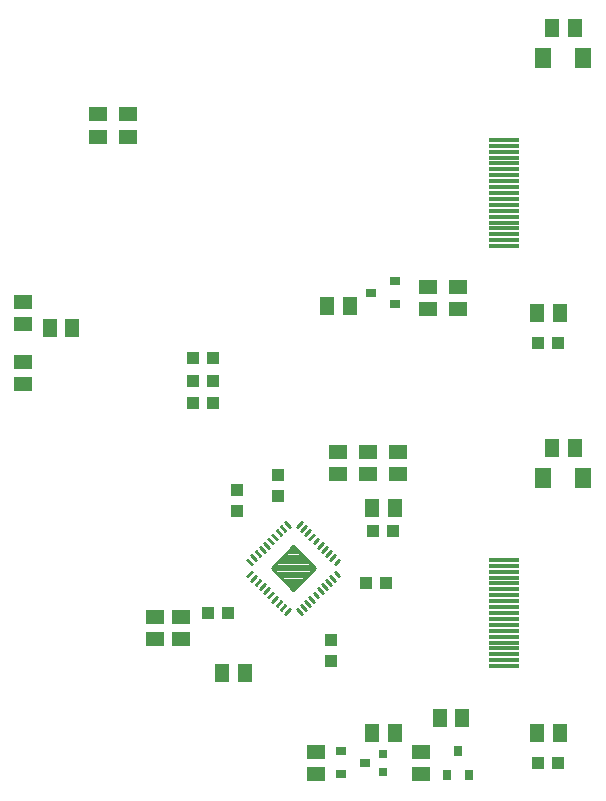
<source format=gtp>
G75*
%MOIN*%
%OFA0B0*%
%FSLAX25Y25*%
%IPPOS*%
%LPD*%
%AMOC8*
5,1,8,0,0,1.08239X$1,22.5*
%
%ADD10R,0.05906X0.05118*%
%ADD11R,0.05118X0.05906*%
%ADD12R,0.04331X0.03937*%
%ADD13R,0.10236X0.01181*%
%ADD14R,0.05512X0.07087*%
%ADD15R,0.03500X0.03100*%
%ADD16R,0.03100X0.03500*%
%ADD17C,0.01102*%
%ADD18C,0.01142*%
%ADD19R,0.03937X0.04331*%
%ADD20R,0.03150X0.03150*%
D10*
X0125550Y0059075D03*
X0125550Y0066555D03*
X0134300Y0066555D03*
X0134300Y0059075D03*
X0179300Y0021555D03*
X0179300Y0014075D03*
X0214300Y0014075D03*
X0214300Y0021555D03*
X0206800Y0114075D03*
X0206800Y0121555D03*
X0196800Y0121555D03*
X0196800Y0114075D03*
X0186800Y0114075D03*
X0186800Y0121555D03*
X0216800Y0169075D03*
X0216800Y0176555D03*
X0226800Y0176555D03*
X0226800Y0169075D03*
X0116800Y0226575D03*
X0116800Y0234055D03*
X0106800Y0234055D03*
X0106800Y0226575D03*
X0081800Y0171555D03*
X0081800Y0164075D03*
X0081800Y0151555D03*
X0081800Y0144075D03*
D11*
X0090560Y0162815D03*
X0098040Y0162815D03*
X0183060Y0170315D03*
X0190540Y0170315D03*
X0253060Y0167815D03*
X0260540Y0167815D03*
X0258060Y0122815D03*
X0265540Y0122815D03*
X0205540Y0102815D03*
X0198060Y0102815D03*
X0155540Y0047815D03*
X0148060Y0047815D03*
X0198060Y0027815D03*
X0205540Y0027815D03*
X0220560Y0032815D03*
X0228040Y0032815D03*
X0253060Y0027815D03*
X0260540Y0027815D03*
X0258060Y0262815D03*
X0265540Y0262815D03*
D12*
X0260146Y0157815D03*
X0253454Y0157815D03*
X0205146Y0095315D03*
X0198454Y0095315D03*
X0195954Y0077815D03*
X0202646Y0077815D03*
X0150146Y0067815D03*
X0143454Y0067815D03*
X0145146Y0137815D03*
X0138454Y0137815D03*
X0138454Y0145315D03*
X0145146Y0145315D03*
X0145146Y0152815D03*
X0138454Y0152815D03*
X0253454Y0017815D03*
X0260146Y0017815D03*
D13*
X0242115Y0050099D03*
X0242115Y0052067D03*
X0242115Y0054036D03*
X0242115Y0056004D03*
X0242115Y0057973D03*
X0242115Y0059941D03*
X0242115Y0061910D03*
X0242115Y0063878D03*
X0242115Y0065847D03*
X0242115Y0067815D03*
X0242115Y0069784D03*
X0242115Y0071752D03*
X0242115Y0073721D03*
X0242115Y0075689D03*
X0242115Y0077658D03*
X0242115Y0079626D03*
X0242115Y0081595D03*
X0242115Y0083563D03*
X0242115Y0085532D03*
X0242115Y0190099D03*
X0242115Y0192067D03*
X0242115Y0194036D03*
X0242115Y0196004D03*
X0242115Y0197973D03*
X0242115Y0199941D03*
X0242115Y0201910D03*
X0242115Y0203878D03*
X0242115Y0205847D03*
X0242115Y0207815D03*
X0242115Y0209784D03*
X0242115Y0211752D03*
X0242115Y0213721D03*
X0242115Y0215689D03*
X0242115Y0217658D03*
X0242115Y0219626D03*
X0242115Y0221595D03*
X0242115Y0223563D03*
X0242115Y0225532D03*
D14*
X0255107Y0252815D03*
X0268493Y0252815D03*
X0268493Y0112815D03*
X0255107Y0112815D03*
D15*
X0205800Y0170790D03*
X0205800Y0178390D03*
X0197800Y0174590D03*
X0187800Y0021715D03*
X0187800Y0014115D03*
X0195800Y0017915D03*
D16*
X0222900Y0013815D03*
X0230500Y0013815D03*
X0226700Y0021815D03*
D17*
X0177395Y0070260D02*
X0175809Y0071846D01*
X0174417Y0070454D02*
X0176003Y0068868D01*
X0174611Y0067476D02*
X0173025Y0069062D01*
X0170575Y0069062D02*
X0168989Y0067476D01*
X0167597Y0068868D02*
X0169183Y0070454D01*
X0167791Y0071846D02*
X0166205Y0070260D01*
X0164813Y0071652D02*
X0166399Y0073238D01*
X0165007Y0074630D02*
X0163421Y0073044D01*
X0162029Y0074436D02*
X0163615Y0076022D01*
X0162223Y0077414D02*
X0160637Y0075828D01*
X0159245Y0077220D02*
X0160831Y0078806D01*
X0159439Y0080198D02*
X0157853Y0078612D01*
X0156461Y0080004D02*
X0158047Y0081590D01*
X0158047Y0084040D02*
X0156461Y0085626D01*
X0157853Y0087018D02*
X0159439Y0085432D01*
X0160831Y0086824D02*
X0159245Y0088410D01*
X0160637Y0089802D02*
X0162223Y0088216D01*
X0163615Y0089608D02*
X0162029Y0091194D01*
X0163421Y0092586D02*
X0165007Y0091000D01*
X0166399Y0092392D02*
X0164813Y0093978D01*
X0166205Y0095370D02*
X0167791Y0093784D01*
X0169183Y0095176D02*
X0167597Y0096762D01*
X0168989Y0098154D02*
X0170575Y0096568D01*
X0173025Y0096568D02*
X0174611Y0098154D01*
X0176003Y0096762D02*
X0174417Y0095176D01*
X0175809Y0093784D02*
X0177395Y0095370D01*
X0178787Y0093978D02*
X0177201Y0092392D01*
X0178593Y0091000D02*
X0180179Y0092586D01*
X0181571Y0091194D02*
X0179985Y0089608D01*
X0181377Y0088216D02*
X0182963Y0089802D01*
X0184355Y0088410D02*
X0182769Y0086824D01*
X0184161Y0085432D02*
X0185747Y0087018D01*
X0187139Y0085626D02*
X0185553Y0084040D01*
X0185553Y0081590D02*
X0187139Y0080004D01*
X0185747Y0078612D02*
X0184161Y0080198D01*
X0182769Y0078806D02*
X0184355Y0077220D01*
X0182963Y0075828D02*
X0181377Y0077414D01*
X0179985Y0076022D02*
X0181571Y0074436D01*
X0180179Y0073044D02*
X0178593Y0074630D01*
X0177201Y0073238D02*
X0178787Y0071652D01*
D18*
X0171800Y0075551D02*
X0164536Y0082815D01*
X0171800Y0090079D01*
X0179064Y0082815D01*
X0171800Y0075551D01*
X0172941Y0076692D02*
X0170659Y0076692D01*
X0169518Y0077833D02*
X0174082Y0077833D01*
X0175223Y0078974D02*
X0168377Y0078974D01*
X0167236Y0080115D02*
X0176364Y0080115D01*
X0177505Y0081256D02*
X0166095Y0081256D01*
X0164954Y0082397D02*
X0178646Y0082397D01*
X0178341Y0083538D02*
X0165259Y0083538D01*
X0166400Y0084679D02*
X0177200Y0084679D01*
X0176059Y0085820D02*
X0167541Y0085820D01*
X0168682Y0086961D02*
X0174918Y0086961D01*
X0173777Y0088102D02*
X0169823Y0088102D01*
X0170964Y0089243D02*
X0172636Y0089243D01*
D19*
X0166800Y0106969D03*
X0166800Y0113662D03*
X0153050Y0108662D03*
X0153050Y0101969D03*
X0184300Y0058662D03*
X0184300Y0051969D03*
D20*
X0201800Y0020768D03*
X0201800Y0014862D03*
M02*

</source>
